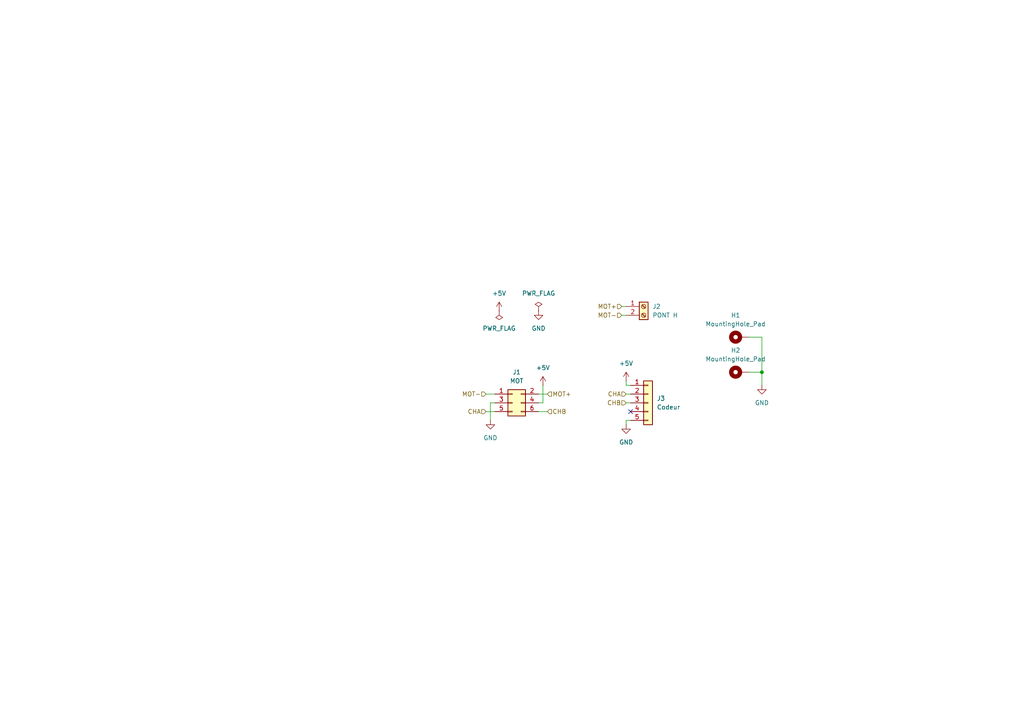
<source format=kicad_sch>
(kicad_sch (version 20231120) (generator "eeschema") (generator_version "8.0")
  (paper "A4")
  (lib_symbols
    (symbol "Connector:Screw_Terminal_01x02" (pin_names (offset 1.016) hide)
      (property "Reference" "J" (at 0 2.54 0))
      (property "Value" "Screw_Terminal_01x02" (at 0 -5.08 0))
      (symbol "Screw_Terminal_01x02_1_1"
        (rectangle (start -1.27 1.27) (end 1.27 -3.81) (stroke (width 0.254)) (fill (type background)))
        (circle (center 0 -2.54) (radius 0.635) (stroke (width 0.1524)))
        (polyline (pts (xy -0.5334 -2.2098) (xy 0.3302 -3.048)) (stroke (width 0.1524)))
        (polyline (pts (xy -0.5334 0.3302) (xy 0.3302 -0.508)) (stroke (width 0.1524)))
        (polyline (pts (xy -0.3556 -2.032) (xy 0.508 -2.8702)) (stroke (width 0.1524)))
        (polyline (pts (xy -0.3556 0.508) (xy 0.508 -0.3302)) (stroke (width 0.1524)))
        (circle (center 0 0) (radius 0.635) (stroke (width 0.1524)))
        (pin passive line (at -5.08 0 0) (length 3.81) (name "Pin_1") (number "1"))
        (pin passive line (at -5.08 -2.54 0) (length 3.81) (name "Pin_2") (number "2"))
      )
    )
    (symbol "Connector_Generic:Conn_01x05" (pin_names (offset 1.016) hide)
      (property "Reference" "J" (at 0 7.62 0))
      (property "Value" "Conn_01x05" (at 0 -7.62 0))
      (symbol "Conn_01x05_1_1"
        (rectangle (start -1.27 -4.953) (end 0 -5.207) (stroke (width 0.1524)))
        (rectangle (start -1.27 -2.413) (end 0 -2.667) (stroke (width 0.1524)))
        (rectangle (start -1.27 0.127) (end 0 -0.127) (stroke (width 0.1524)))
        (rectangle (start -1.27 2.667) (end 0 2.413) (stroke (width 0.1524)))
        (rectangle (start -1.27 5.207) (end 0 4.953) (stroke (width 0.1524)))
        (rectangle (start -1.27 6.35) (end 1.27 -6.35) (stroke (width 0.254)) (fill (type background)))
        (pin passive line (at -5.08 5.08 0) (length 3.81) (name "Pin_1") (number "1"))
        (pin passive line (at -5.08 2.54 0) (length 3.81) (name "Pin_2") (number "2"))
        (pin passive line (at -5.08 0 0) (length 3.81) (name "Pin_3") (number "3"))
        (pin passive line (at -5.08 -2.54 0) (length 3.81) (name "Pin_4") (number "4"))
        (pin passive line (at -5.08 -5.08 0) (length 3.81) (name "Pin_5") (number "5"))
      )
    )
    (symbol "Connector_Generic:Conn_02x03_Odd_Even" (pin_names (offset 1.016) hide)
      (property "Reference" "J" (at 1.27 5.08 0))
      (property "Value" "Conn_02x03_Odd_Even" (at 1.27 -5.08 0))
      (symbol "Conn_02x03_Odd_Even_1_1"
        (rectangle (start -1.27 -2.413) (end 0 -2.667) (stroke (width 0.1524)))
        (rectangle (start -1.27 0.127) (end 0 -0.127) (stroke (width 0.1524)))
        (rectangle (start -1.27 2.667) (end 0 2.413) (stroke (width 0.1524)))
        (rectangle (start -1.27 3.81) (end 3.81 -3.81) (stroke (width 0.254)) (fill (type background)))
        (rectangle (start 3.81 -2.413) (end 2.54 -2.667) (stroke (width 0.1524)))
        (rectangle (start 3.81 0.127) (end 2.54 -0.127) (stroke (width 0.1524)))
        (rectangle (start 3.81 2.667) (end 2.54 2.413) (stroke (width 0.1524)))
        (pin passive line (at -5.08 2.54 0) (length 3.81) (name "Pin_1") (number "1"))
        (pin passive line (at 7.62 2.54 180) (length 3.81) (name "Pin_2") (number "2"))
        (pin passive line (at -5.08 0 0) (length 3.81) (name "Pin_3") (number "3"))
        (pin passive line (at 7.62 0 180) (length 3.81) (name "Pin_4") (number "4"))
        (pin passive line (at -5.08 -2.54 0) (length 3.81) (name "Pin_5") (number "5"))
        (pin passive line (at 7.62 -2.54 180) (length 3.81) (name "Pin_6") (number "6"))
      )
    )
    (symbol "Mechanical:MountingHole_Pad" (pin_numbers hide) (pin_names (offset 1.016) hide)
      (property "Reference" "H" (at 0 6.35 0))
      (property "Value" "MountingHole_Pad" (at 0 4.445 0))
      (symbol "MountingHole_Pad_0_1"
        (circle (center 0 1.27) (radius 1.27) (stroke (width 1.27)))
      )
      (symbol "MountingHole_Pad_1_1"
        (pin input line (at 0 -2.54 90) (length 2.54) (name "1") (number "1"))
      )
    )
    (symbol "power:+5V" (power) (pin_numbers hide) (pin_names (offset 0) hide)
      (property "Value" "+5V" (at 0 3.556 0))
      (symbol "+5V_0_1"
        (polyline (pts (xy -0.762 1.27) (xy 0 2.54)))
        (polyline (pts (xy 0 0) (xy 0 2.54)))
        (polyline (pts (xy 0 2.54) (xy 0.762 1.27)))
      )
      (symbol "+5V_1_1"
        (pin power_in line (at 0 0 90) (length 0) (name "~") (number "1"))
      )
    )
    (symbol "power:GND" (power) (pin_numbers hide) (pin_names (offset 0) hide)
      (property "Value" "GND" (at 0 -3.81 0))
      (symbol "GND_0_1"
        (polyline (pts (xy 0 0) (xy 0 -1.27) (xy 1.27 -1.27) (xy 0 -2.54) (xy -1.27 -1.27) (xy 0 -1.27)))
      )
      (symbol "GND_1_1"
        (pin power_in line (at 0 0 270) (length 0) (name "~") (number "1"))
      )
    )
    (symbol "power:PWR_FLAG" (power) (pin_numbers hide) (pin_names (offset 0) hide)
      (property "Value" "PWR_FLAG" (at 0 3.81 0))
      (symbol "PWR_FLAG_0_0"
        (pin power_out line (at 0 0 90) (length 0) (name "~") (number "1"))
      )
      (symbol "PWR_FLAG_0_1"
        (polyline (pts (xy 0 0) (xy 0 1.27) (xy -1.016 1.905) (xy 0 2.54) (xy 1.016 1.905) (xy 0 1.27)))
      )
    )
  )
  (junction (at 220.98 107.95))
  (no_connect (at 182.88 119.38))
  (wire (pts (xy 156.21 119.38) (xy 158.75 119.38)))
  (wire (pts (xy 140.97 114.3) (xy 143.51 114.3)))
  (wire (pts (xy 220.98 97.79) (xy 220.98 107.95)))
  (wire (pts (xy 143.51 116.84) (xy 142.24 116.84)))
  (wire (pts (xy 156.21 114.3) (xy 158.75 114.3)))
  (wire (pts (xy 217.17 107.95) (xy 220.98 107.95)))
  (wire (pts (xy 142.24 116.84) (xy 142.24 121.92)))
  (wire (pts (xy 217.17 97.79) (xy 220.98 97.79)))
  (wire (pts (xy 220.98 107.95) (xy 220.98 111.76)))
  (wire (pts (xy 180.34 91.44) (xy 181.61 91.44)))
  (wire (pts (xy 181.61 121.92) (xy 181.61 123.19)))
  (wire (pts (xy 182.88 121.92) (xy 181.61 121.92)))
  (wire (pts (xy 180.34 88.9) (xy 181.61 88.9)))
  (wire (pts (xy 181.61 111.76) (xy 181.61 110.49)))
  (wire (pts (xy 156.21 116.84) (xy 157.48 116.84)))
  (wire (pts (xy 181.61 114.3) (xy 182.88 114.3)))
  (wire (pts (xy 182.88 111.76) (xy 181.61 111.76)))
  (wire (pts (xy 181.61 116.84) (xy 182.88 116.84)))
  (wire (pts (xy 157.48 116.84) (xy 157.48 111.76)))
  (wire (pts (xy 140.97 119.38) (xy 143.51 119.38)))
  (hierarchical_label "MOT+" (shape input) (at 158.75 114.3 0))
  (hierarchical_label "MOT-" (shape input) (at 140.97 114.3 180))
  (hierarchical_label "CHA" (shape input) (at 181.61 114.3 180))
  (hierarchical_label "CHB" (shape input) (at 158.75 119.38 0))
  (hierarchical_label "CHB" (shape input) (at 181.61 116.84 180))
  (hierarchical_label "MOT-" (shape input) (at 180.34 91.44 180))
  (hierarchical_label "CHA" (shape input) (at 140.97 119.38 180))
  (hierarchical_label "MOT+" (shape input) (at 180.34 88.9 180))
  (symbol (lib_id "Connector_Generic:Conn_01x05") (at 187.96 116.84 0) (unit 1)
    (property "Reference" "J3" (at 190.5 115.5699 0) (effects (justify left)))
    (property "Value" "Codeur" (at 190.5 118.1099 0) (effects (justify left)))
    (property "Footprint" "Connector_JST:JST_PH_S5B-PH-K_1x05_P2.00mm_Horizontal" (effects (hide yes)))
    (property "Description" "Generic connector, single row, 01x05, script generated (kicad-library-utils/schlib/autogen/connector/)" (effects (hide yes)))
  )
  (symbol (lib_id "power:GND") (at 156.21 90.17 0) (unit 1)
    (property "Reference" "#PWR02" (effects (hide yes)))
    (property "Value" "GND" (at 156.21 95.25 0))
    (property "Description" "Power symbol creates a global label with name \"GND\" , ground" (effects (hide yes)))
  )
  (symbol (lib_id "Mechanical:MountingHole_Pad") (at 214.63 107.95 90) (unit 1)
    (property "Reference" "H2" (at 213.36 101.6 90))
    (property "Value" "MountingHole_Pad" (at 213.36 104.14 90))
    (property "Footprint" "MountingHole:MountingHole_3.2mm_M3_Pad_Via" (effects (hide yes)))
    (property "Description" "Mounting Hole with connection" (effects (hide yes)))
  )
  (symbol (lib_id "power:+5V") (at 144.78 90.17 0) (unit 1)
    (property "Reference" "#PWR01" (effects (hide yes)))
    (property "Value" "+5V" (at 144.78 85.09 0))
    (property "Description" "Power symbol creates a global label with name \"+5V\"" (effects (hide yes)))
  )
  (symbol (lib_id "Connector:Screw_Terminal_01x02") (at 186.69 88.9 0) (unit 1)
    (property "Reference" "J2" (at 189.23 88.8999 0) (effects (justify left)))
    (property "Value" "PONT H" (at 189.23 91.4399 0) (effects (justify left)))
    (property "Footprint" "TerminalBlock_Phoenix:TerminalBlock_Phoenix_MKDS-1,5-2-5.08_1x02_P5.08mm_Horizontal" (effects (hide yes)))
    (property "Description" "Generic screw terminal, single row, 01x02, script generated (kicad-library-utils/schlib/autogen/connector/)" (effects (hide yes)))
  )
  (symbol (lib_id "Mechanical:MountingHole_Pad") (at 214.63 97.79 90) (unit 1)
    (property "Reference" "H1" (at 213.36 91.44 90))
    (property "Value" "MountingHole_Pad" (at 213.36 93.98 90))
    (property "Footprint" "MountingHole:MountingHole_3.2mm_M3_Pad_Via" (effects (hide yes)))
    (property "Description" "Mounting Hole with connection" (effects (hide yes)))
  )
  (symbol (lib_id "power:+5V") (at 181.61 110.49 0) (unit 1)
    (property "Reference" "#PWR06" (effects (hide yes)))
    (property "Value" "+5V" (at 181.61 105.41 0))
    (property "Description" "Power symbol creates a global label with name \"+5V\"" (effects (hide yes)))
  )
  (symbol (lib_id "power:GND") (at 220.98 111.76 0) (unit 1)
    (property "Reference" "#PWR07" (effects (hide yes)))
    (property "Value" "GND" (at 220.98 116.84 0))
    (property "Description" "Power symbol creates a global label with name \"GND\" , ground" (effects (hide yes)))
  )
  (symbol (lib_id "Connector_Generic:Conn_02x03_Odd_Even") (at 148.59 116.84 0) (unit 1)
    (property "Reference" "J1" (at 149.86 107.95 0))
    (property "Value" "MOT" (at 149.86 110.49 0))
    (property "Footprint" "Connector_IDC:IDC-Header_2x03_P2.54mm_Vertical" (effects (hide yes)))
    (property "Description" "Generic connector, double row, 02x03, odd/even pin numbering scheme (row 1 odd numbers, row 2 even numbers), script generated (kicad-library-utils/schlib/autogen/connector/)" (effects (hide yes)))
  )
  (symbol (lib_id "power:PWR_FLAG") (at 156.21 90.17 0) (unit 1)
    (property "Reference" "#FLG02" (effects (hide yes)))
    (property "Value" "PWR_FLAG" (at 156.21 85.09 0))
    (property "Description" "Special symbol for telling ERC where power comes from" (effects (hide yes)))
  )
  (symbol (lib_id "power:PWR_FLAG") (at 144.78 90.17 180) (unit 1)
    (property "Reference" "#FLG01" (effects (hide yes)))
    (property "Value" "PWR_FLAG" (at 144.78 95.25 0))
    (property "Description" "Special symbol for telling ERC where power comes from" (effects (hide yes)))
  )
  (symbol (lib_id "power:GND") (at 181.61 123.19 0) (unit 1)
    (property "Reference" "#PWR05" (effects (hide yes)))
    (property "Value" "GND" (at 181.61 128.27 0))
    (property "Description" "Power symbol creates a global label with name \"GND\" , ground" (effects (hide yes)))
  )
  (symbol (lib_id "power:+5V") (at 157.48 111.76 0) (unit 1)
    (property "Reference" "#PWR04" (effects (hide yes)))
    (property "Value" "+5V" (at 157.48 106.68 0))
    (property "Description" "Power symbol creates a global label with name \"+5V\"" (effects (hide yes)))
  )
  (symbol (lib_id "power:GND") (at 142.24 121.92 0) (unit 1)
    (property "Reference" "#PWR03" (effects (hide yes)))
    (property "Value" "GND" (at 142.24 127 0))
    (property "Description" "Power symbol creates a global label with name \"GND\" , ground" (effects (hide yes)))
  )
)
</source>
